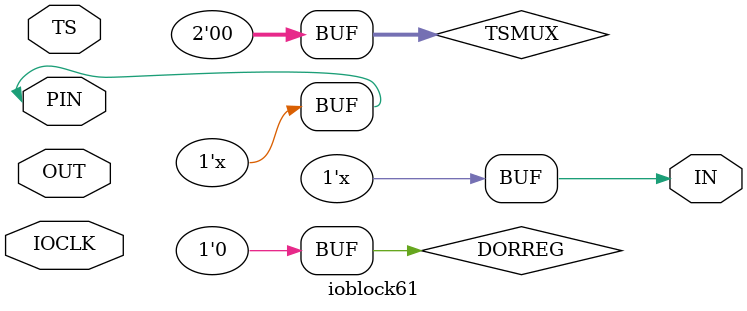
<source format=v>
module ioblock61(
	       inout  PIN,
	       input  TS,
	       input  OUT,
	       output IN,
	       input IOCLK
	       );
   
   reg 		     D;
   reg [2-1:0] 	     TSMUX;
   reg 		     DORREG;

   assign PIN = ( TSMUX == 2'b00 ) ? 1'bz : (( TSMUX == 2'b01 && TS == 1'b1 ) ? OUT : (( TSMUX == 2'b01 && TS == 1'b0 ) ? 1'bz : OUT));
   assign IN  = ( DORREG == 1'b0 ) ? PIN  : D;
   
   initial
     begin
	D=1'b0;
	TSMUX=2'b00;
	DORREG=1'b0;
     end
   
   always @(posedge IOCLK) D=PIN;
   
endmodule       

</source>
